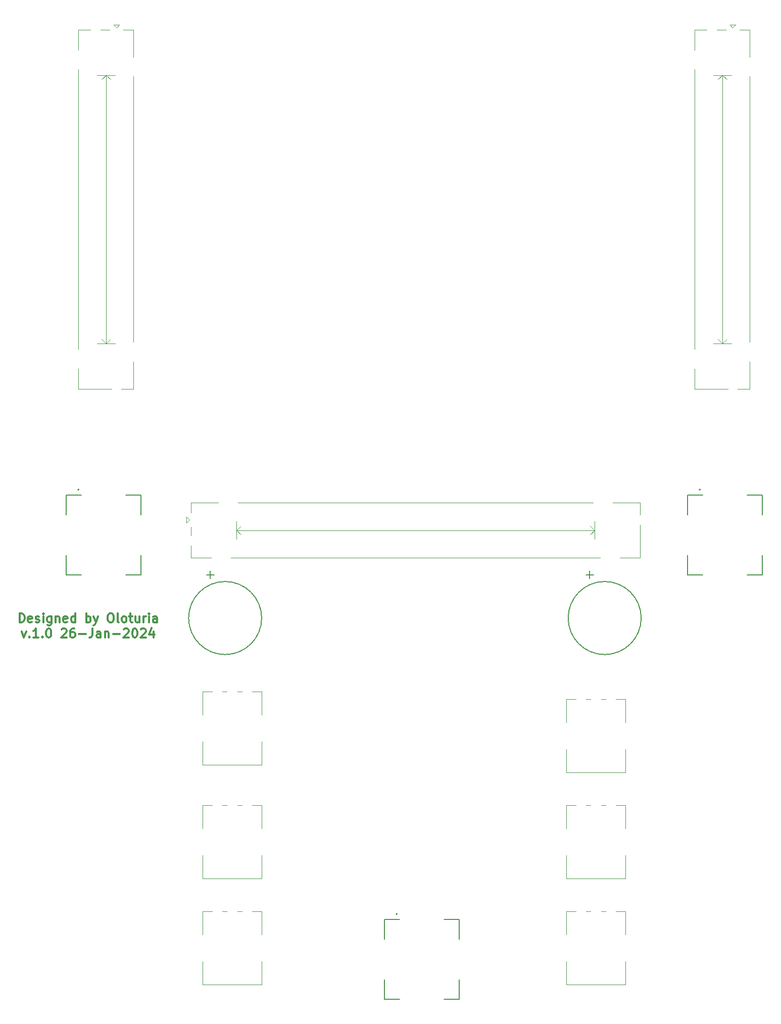
<source format=gbr>
G04 #@! TF.GenerationSoftware,KiCad,Pcbnew,5.1.5+dfsg1-2build2*
G04 #@! TF.CreationDate,2024-01-26T22:00:08+01:00*
G04 #@! TF.ProjectId,console,636f6e73-6f6c-4652-9e6b-696361645f70,rev?*
G04 #@! TF.SameCoordinates,Original*
G04 #@! TF.FileFunction,Legend,Top*
G04 #@! TF.FilePolarity,Positive*
%FSLAX46Y46*%
G04 Gerber Fmt 4.6, Leading zero omitted, Abs format (unit mm)*
G04 Created by KiCad (PCBNEW 5.1.5+dfsg1-2build2) date 2024-01-26 22:00:08*
%MOMM*%
%LPD*%
G04 APERTURE LIST*
%ADD10C,0.300000*%
%ADD11C,0.200000*%
%ADD12C,0.127000*%
%ADD13C,0.152400*%
%ADD14C,0.120000*%
G04 APERTURE END LIST*
D10*
X27834285Y-123863571D02*
X27834285Y-122363571D01*
X28191428Y-122363571D01*
X28405714Y-122435000D01*
X28548571Y-122577857D01*
X28620000Y-122720714D01*
X28691428Y-123006428D01*
X28691428Y-123220714D01*
X28620000Y-123506428D01*
X28548571Y-123649285D01*
X28405714Y-123792142D01*
X28191428Y-123863571D01*
X27834285Y-123863571D01*
X29905714Y-123792142D02*
X29762857Y-123863571D01*
X29477142Y-123863571D01*
X29334285Y-123792142D01*
X29262857Y-123649285D01*
X29262857Y-123077857D01*
X29334285Y-122935000D01*
X29477142Y-122863571D01*
X29762857Y-122863571D01*
X29905714Y-122935000D01*
X29977142Y-123077857D01*
X29977142Y-123220714D01*
X29262857Y-123363571D01*
X30548571Y-123792142D02*
X30691428Y-123863571D01*
X30977142Y-123863571D01*
X31120000Y-123792142D01*
X31191428Y-123649285D01*
X31191428Y-123577857D01*
X31120000Y-123435000D01*
X30977142Y-123363571D01*
X30762857Y-123363571D01*
X30620000Y-123292142D01*
X30548571Y-123149285D01*
X30548571Y-123077857D01*
X30620000Y-122935000D01*
X30762857Y-122863571D01*
X30977142Y-122863571D01*
X31120000Y-122935000D01*
X31834285Y-123863571D02*
X31834285Y-122863571D01*
X31834285Y-122363571D02*
X31762857Y-122435000D01*
X31834285Y-122506428D01*
X31905714Y-122435000D01*
X31834285Y-122363571D01*
X31834285Y-122506428D01*
X33191428Y-122863571D02*
X33191428Y-124077857D01*
X33120000Y-124220714D01*
X33048571Y-124292142D01*
X32905714Y-124363571D01*
X32691428Y-124363571D01*
X32548571Y-124292142D01*
X33191428Y-123792142D02*
X33048571Y-123863571D01*
X32762857Y-123863571D01*
X32620000Y-123792142D01*
X32548571Y-123720714D01*
X32477142Y-123577857D01*
X32477142Y-123149285D01*
X32548571Y-123006428D01*
X32620000Y-122935000D01*
X32762857Y-122863571D01*
X33048571Y-122863571D01*
X33191428Y-122935000D01*
X33905714Y-122863571D02*
X33905714Y-123863571D01*
X33905714Y-123006428D02*
X33977142Y-122935000D01*
X34120000Y-122863571D01*
X34334285Y-122863571D01*
X34477142Y-122935000D01*
X34548571Y-123077857D01*
X34548571Y-123863571D01*
X35834285Y-123792142D02*
X35691428Y-123863571D01*
X35405714Y-123863571D01*
X35262857Y-123792142D01*
X35191428Y-123649285D01*
X35191428Y-123077857D01*
X35262857Y-122935000D01*
X35405714Y-122863571D01*
X35691428Y-122863571D01*
X35834285Y-122935000D01*
X35905714Y-123077857D01*
X35905714Y-123220714D01*
X35191428Y-123363571D01*
X37191428Y-123863571D02*
X37191428Y-122363571D01*
X37191428Y-123792142D02*
X37048571Y-123863571D01*
X36762857Y-123863571D01*
X36620000Y-123792142D01*
X36548571Y-123720714D01*
X36477142Y-123577857D01*
X36477142Y-123149285D01*
X36548571Y-123006428D01*
X36620000Y-122935000D01*
X36762857Y-122863571D01*
X37048571Y-122863571D01*
X37191428Y-122935000D01*
X39048571Y-123863571D02*
X39048571Y-122363571D01*
X39048571Y-122935000D02*
X39191428Y-122863571D01*
X39477142Y-122863571D01*
X39620000Y-122935000D01*
X39691428Y-123006428D01*
X39762857Y-123149285D01*
X39762857Y-123577857D01*
X39691428Y-123720714D01*
X39620000Y-123792142D01*
X39477142Y-123863571D01*
X39191428Y-123863571D01*
X39048571Y-123792142D01*
X40262857Y-122863571D02*
X40620000Y-123863571D01*
X40977142Y-122863571D02*
X40620000Y-123863571D01*
X40477142Y-124220714D01*
X40405714Y-124292142D01*
X40262857Y-124363571D01*
X42977142Y-122363571D02*
X43262857Y-122363571D01*
X43405714Y-122435000D01*
X43548571Y-122577857D01*
X43620000Y-122863571D01*
X43620000Y-123363571D01*
X43548571Y-123649285D01*
X43405714Y-123792142D01*
X43262857Y-123863571D01*
X42977142Y-123863571D01*
X42834285Y-123792142D01*
X42691428Y-123649285D01*
X42620000Y-123363571D01*
X42620000Y-122863571D01*
X42691428Y-122577857D01*
X42834285Y-122435000D01*
X42977142Y-122363571D01*
X44477142Y-123863571D02*
X44334285Y-123792142D01*
X44262857Y-123649285D01*
X44262857Y-122363571D01*
X45262857Y-123863571D02*
X45120000Y-123792142D01*
X45048571Y-123720714D01*
X44977142Y-123577857D01*
X44977142Y-123149285D01*
X45048571Y-123006428D01*
X45120000Y-122935000D01*
X45262857Y-122863571D01*
X45477142Y-122863571D01*
X45620000Y-122935000D01*
X45691428Y-123006428D01*
X45762857Y-123149285D01*
X45762857Y-123577857D01*
X45691428Y-123720714D01*
X45620000Y-123792142D01*
X45477142Y-123863571D01*
X45262857Y-123863571D01*
X46191428Y-122863571D02*
X46762857Y-122863571D01*
X46405714Y-122363571D02*
X46405714Y-123649285D01*
X46477142Y-123792142D01*
X46620000Y-123863571D01*
X46762857Y-123863571D01*
X47905714Y-122863571D02*
X47905714Y-123863571D01*
X47262857Y-122863571D02*
X47262857Y-123649285D01*
X47334285Y-123792142D01*
X47477142Y-123863571D01*
X47691428Y-123863571D01*
X47834285Y-123792142D01*
X47905714Y-123720714D01*
X48620000Y-123863571D02*
X48620000Y-122863571D01*
X48620000Y-123149285D02*
X48691428Y-123006428D01*
X48762857Y-122935000D01*
X48905714Y-122863571D01*
X49048571Y-122863571D01*
X49548571Y-123863571D02*
X49548571Y-122863571D01*
X49548571Y-122363571D02*
X49477142Y-122435000D01*
X49548571Y-122506428D01*
X49620000Y-122435000D01*
X49548571Y-122363571D01*
X49548571Y-122506428D01*
X50905714Y-123863571D02*
X50905714Y-123077857D01*
X50834285Y-122935000D01*
X50691428Y-122863571D01*
X50405714Y-122863571D01*
X50262857Y-122935000D01*
X50905714Y-123792142D02*
X50762857Y-123863571D01*
X50405714Y-123863571D01*
X50262857Y-123792142D01*
X50191428Y-123649285D01*
X50191428Y-123506428D01*
X50262857Y-123363571D01*
X50405714Y-123292142D01*
X50762857Y-123292142D01*
X50905714Y-123220714D01*
X28227142Y-125413571D02*
X28584285Y-126413571D01*
X28941428Y-125413571D01*
X29512857Y-126270714D02*
X29584285Y-126342142D01*
X29512857Y-126413571D01*
X29441428Y-126342142D01*
X29512857Y-126270714D01*
X29512857Y-126413571D01*
X31012857Y-126413571D02*
X30155714Y-126413571D01*
X30584285Y-126413571D02*
X30584285Y-124913571D01*
X30441428Y-125127857D01*
X30298571Y-125270714D01*
X30155714Y-125342142D01*
X31655714Y-126270714D02*
X31727142Y-126342142D01*
X31655714Y-126413571D01*
X31584285Y-126342142D01*
X31655714Y-126270714D01*
X31655714Y-126413571D01*
X32655714Y-124913571D02*
X32798571Y-124913571D01*
X32941428Y-124985000D01*
X33012857Y-125056428D01*
X33084285Y-125199285D01*
X33155714Y-125485000D01*
X33155714Y-125842142D01*
X33084285Y-126127857D01*
X33012857Y-126270714D01*
X32941428Y-126342142D01*
X32798571Y-126413571D01*
X32655714Y-126413571D01*
X32512857Y-126342142D01*
X32441428Y-126270714D01*
X32370000Y-126127857D01*
X32298571Y-125842142D01*
X32298571Y-125485000D01*
X32370000Y-125199285D01*
X32441428Y-125056428D01*
X32512857Y-124985000D01*
X32655714Y-124913571D01*
X34870000Y-125056428D02*
X34941428Y-124985000D01*
X35084285Y-124913571D01*
X35441428Y-124913571D01*
X35584285Y-124985000D01*
X35655714Y-125056428D01*
X35727142Y-125199285D01*
X35727142Y-125342142D01*
X35655714Y-125556428D01*
X34798571Y-126413571D01*
X35727142Y-126413571D01*
X37012857Y-124913571D02*
X36727142Y-124913571D01*
X36584285Y-124985000D01*
X36512857Y-125056428D01*
X36370000Y-125270714D01*
X36298571Y-125556428D01*
X36298571Y-126127857D01*
X36370000Y-126270714D01*
X36441428Y-126342142D01*
X36584285Y-126413571D01*
X36870000Y-126413571D01*
X37012857Y-126342142D01*
X37084285Y-126270714D01*
X37155714Y-126127857D01*
X37155714Y-125770714D01*
X37084285Y-125627857D01*
X37012857Y-125556428D01*
X36870000Y-125485000D01*
X36584285Y-125485000D01*
X36441428Y-125556428D01*
X36370000Y-125627857D01*
X36298571Y-125770714D01*
X37798571Y-125842142D02*
X38941428Y-125842142D01*
X40084285Y-124913571D02*
X40084285Y-125985000D01*
X40012857Y-126199285D01*
X39870000Y-126342142D01*
X39655714Y-126413571D01*
X39512857Y-126413571D01*
X41441428Y-126413571D02*
X41441428Y-125627857D01*
X41370000Y-125485000D01*
X41227142Y-125413571D01*
X40941428Y-125413571D01*
X40798571Y-125485000D01*
X41441428Y-126342142D02*
X41298571Y-126413571D01*
X40941428Y-126413571D01*
X40798571Y-126342142D01*
X40727142Y-126199285D01*
X40727142Y-126056428D01*
X40798571Y-125913571D01*
X40941428Y-125842142D01*
X41298571Y-125842142D01*
X41441428Y-125770714D01*
X42155714Y-125413571D02*
X42155714Y-126413571D01*
X42155714Y-125556428D02*
X42227142Y-125485000D01*
X42369999Y-125413571D01*
X42584285Y-125413571D01*
X42727142Y-125485000D01*
X42798571Y-125627857D01*
X42798571Y-126413571D01*
X43512857Y-125842142D02*
X44655714Y-125842142D01*
X45298571Y-125056428D02*
X45370000Y-124985000D01*
X45512857Y-124913571D01*
X45870000Y-124913571D01*
X46012857Y-124985000D01*
X46084285Y-125056428D01*
X46155714Y-125199285D01*
X46155714Y-125342142D01*
X46084285Y-125556428D01*
X45227142Y-126413571D01*
X46155714Y-126413571D01*
X47084285Y-124913571D02*
X47227142Y-124913571D01*
X47370000Y-124985000D01*
X47441428Y-125056428D01*
X47512857Y-125199285D01*
X47584285Y-125485000D01*
X47584285Y-125842142D01*
X47512857Y-126127857D01*
X47441428Y-126270714D01*
X47370000Y-126342142D01*
X47227142Y-126413571D01*
X47084285Y-126413571D01*
X46941428Y-126342142D01*
X46870000Y-126270714D01*
X46798571Y-126127857D01*
X46727142Y-125842142D01*
X46727142Y-125485000D01*
X46798571Y-125199285D01*
X46870000Y-125056428D01*
X46941428Y-124985000D01*
X47084285Y-124913571D01*
X48155714Y-125056428D02*
X48227142Y-124985000D01*
X48370000Y-124913571D01*
X48727142Y-124913571D01*
X48870000Y-124985000D01*
X48941428Y-125056428D01*
X49012857Y-125199285D01*
X49012857Y-125342142D01*
X48941428Y-125556428D01*
X48084285Y-126413571D01*
X49012857Y-126413571D01*
X50298571Y-125413571D02*
X50298571Y-126413571D01*
X49941428Y-124842142D02*
X49584285Y-125913571D01*
X50512857Y-125913571D01*
D11*
X91150000Y-172740000D02*
G75*
G03X91150000Y-172740000I-100000J0D01*
G01*
D12*
X101500000Y-187040000D02*
X101500000Y-183740000D01*
X98950000Y-187040000D02*
X101500000Y-187040000D01*
X89000000Y-187040000D02*
X91550000Y-187040000D01*
X89000000Y-183740000D02*
X89000000Y-187040000D01*
X101500000Y-173640000D02*
X101500000Y-176940000D01*
X98950000Y-173640000D02*
X101500000Y-173640000D01*
X89000000Y-173640000D02*
X91550000Y-173640000D01*
X89000000Y-176940000D02*
X89000000Y-173640000D01*
D11*
X141950000Y-101620000D02*
G75*
G03X141950000Y-101620000I-100000J0D01*
G01*
D12*
X152300000Y-115920000D02*
X152300000Y-112620000D01*
X149750000Y-115920000D02*
X152300000Y-115920000D01*
X139800000Y-115920000D02*
X142350000Y-115920000D01*
X139800000Y-112620000D02*
X139800000Y-115920000D01*
X152300000Y-102520000D02*
X152300000Y-105820000D01*
X149750000Y-102520000D02*
X152300000Y-102520000D01*
X139800000Y-102520000D02*
X142350000Y-102520000D01*
X139800000Y-105820000D02*
X139800000Y-102520000D01*
D11*
X37810000Y-101620000D02*
G75*
G03X37810000Y-101620000I-100000J0D01*
G01*
D12*
X48160000Y-115920000D02*
X48160000Y-112620000D01*
X45610000Y-115920000D02*
X48160000Y-115920000D01*
X35660000Y-115920000D02*
X38210000Y-115920000D01*
X35660000Y-112620000D02*
X35660000Y-115920000D01*
X48160000Y-102520000D02*
X48160000Y-105820000D01*
X45610000Y-102520000D02*
X48160000Y-102520000D01*
X35660000Y-102520000D02*
X38210000Y-102520000D01*
X35660000Y-105820000D02*
X35660000Y-102520000D01*
D13*
X123410400Y-116520595D02*
X123410400Y-115250595D01*
X122775400Y-115885595D02*
X124045400Y-115885595D01*
X132031800Y-123149995D02*
G75*
G03X132031800Y-123149995I-6121400J0D01*
G01*
X59799600Y-116520595D02*
X59799600Y-115250595D01*
X59164600Y-115885595D02*
X60434600Y-115885595D01*
X68421000Y-123149995D02*
G75*
G03X68421000Y-123149995I-6121400J0D01*
G01*
D14*
X56590000Y-103810000D02*
X61175000Y-103810000D01*
X64446000Y-103810000D02*
X123975000Y-103810000D01*
X127246000Y-103810000D02*
X131830000Y-103810000D01*
X56590000Y-113050000D02*
X59975000Y-113050000D01*
X63246000Y-113050000D02*
X125175000Y-113050000D01*
X128446000Y-113050000D02*
X131830000Y-113050000D01*
X56590000Y-103810000D02*
X56590000Y-105505000D01*
X56590000Y-107855000D02*
X56590000Y-109358000D01*
X56590000Y-111003000D02*
X56590000Y-113050000D01*
X131830000Y-103810000D02*
X131830000Y-105857000D01*
X131830000Y-107503000D02*
X131830000Y-113050000D01*
X56285000Y-106680000D02*
X55785000Y-106180000D01*
X55785000Y-106180000D02*
X55785000Y-107180000D01*
X55785000Y-107180000D02*
X56285000Y-106680000D01*
X64210000Y-108430000D02*
X124210000Y-108430000D01*
X64210000Y-106930000D02*
X64210000Y-109930000D01*
X64960000Y-107680000D02*
X64210000Y-108430000D01*
X64210000Y-108430000D02*
X64960000Y-109180000D01*
X124210000Y-106930000D02*
X124210000Y-109930000D01*
X123460000Y-107680000D02*
X124210000Y-108430000D01*
X124210000Y-108430000D02*
X123460000Y-109180000D01*
X129390000Y-136770000D02*
X129390000Y-140635000D01*
X129390000Y-145145000D02*
X129390000Y-149010000D01*
X119450000Y-136770000D02*
X119450000Y-140635000D01*
X119450000Y-145145000D02*
X119450000Y-149010000D01*
X129390000Y-136770000D02*
X127791000Y-136770000D01*
X126049000Y-136770000D02*
X125290000Y-136770000D01*
X123549000Y-136770000D02*
X122790000Y-136770000D01*
X121050000Y-136770000D02*
X119450000Y-136770000D01*
X129390000Y-149010000D02*
X119450000Y-149010000D01*
X150245000Y-24530000D02*
X150245000Y-29115000D01*
X150245000Y-32386000D02*
X150245000Y-76915000D01*
X150245000Y-80186000D02*
X150245000Y-84770000D01*
X141005000Y-24530000D02*
X141005000Y-27915000D01*
X141005000Y-31186000D02*
X141005000Y-78115000D01*
X141005000Y-81386000D02*
X141005000Y-84770000D01*
X150245000Y-24530000D02*
X148550000Y-24530000D01*
X146200000Y-24530000D02*
X144697000Y-24530000D01*
X143052000Y-24530000D02*
X141005000Y-24530000D01*
X150245000Y-84770000D02*
X148198000Y-84770000D01*
X146552000Y-84770000D02*
X141005000Y-84770000D01*
X147375000Y-24225000D02*
X147875000Y-23725000D01*
X147875000Y-23725000D02*
X146875000Y-23725000D01*
X146875000Y-23725000D02*
X147375000Y-24225000D01*
X145625000Y-32150000D02*
X145625000Y-77150000D01*
X147125000Y-32150000D02*
X144125000Y-32150000D01*
X146375000Y-32900000D02*
X145625000Y-32150000D01*
X145625000Y-32150000D02*
X144875000Y-32900000D01*
X147125000Y-77150000D02*
X144125000Y-77150000D01*
X146375000Y-76400000D02*
X145625000Y-77150000D01*
X145625000Y-77150000D02*
X144875000Y-76400000D01*
X129390000Y-172330000D02*
X129390000Y-176195000D01*
X129390000Y-180705000D02*
X129390000Y-184570000D01*
X119450000Y-172330000D02*
X119450000Y-176195000D01*
X119450000Y-180705000D02*
X119450000Y-184570000D01*
X129390000Y-172330000D02*
X127791000Y-172330000D01*
X126049000Y-172330000D02*
X125290000Y-172330000D01*
X123549000Y-172330000D02*
X122790000Y-172330000D01*
X121050000Y-172330000D02*
X119450000Y-172330000D01*
X129390000Y-184570000D02*
X119450000Y-184570000D01*
X68430000Y-135500000D02*
X68430000Y-139365000D01*
X68430000Y-143875000D02*
X68430000Y-147740000D01*
X58490000Y-135500000D02*
X58490000Y-139365000D01*
X58490000Y-143875000D02*
X58490000Y-147740000D01*
X68430000Y-135500000D02*
X66831000Y-135500000D01*
X65089000Y-135500000D02*
X64330000Y-135500000D01*
X62589000Y-135500000D02*
X61830000Y-135500000D01*
X60090000Y-135500000D02*
X58490000Y-135500000D01*
X68430000Y-147740000D02*
X58490000Y-147740000D01*
X68430000Y-154550000D02*
X68430000Y-158415000D01*
X68430000Y-162925000D02*
X68430000Y-166790000D01*
X58490000Y-154550000D02*
X58490000Y-158415000D01*
X58490000Y-162925000D02*
X58490000Y-166790000D01*
X68430000Y-154550000D02*
X66831000Y-154550000D01*
X65089000Y-154550000D02*
X64330000Y-154550000D01*
X62589000Y-154550000D02*
X61830000Y-154550000D01*
X60090000Y-154550000D02*
X58490000Y-154550000D01*
X68430000Y-166790000D02*
X58490000Y-166790000D01*
X129390000Y-154550000D02*
X129390000Y-158415000D01*
X129390000Y-162925000D02*
X129390000Y-166790000D01*
X119450000Y-154550000D02*
X119450000Y-158415000D01*
X119450000Y-162925000D02*
X119450000Y-166790000D01*
X129390000Y-154550000D02*
X127791000Y-154550000D01*
X126049000Y-154550000D02*
X125290000Y-154550000D01*
X123549000Y-154550000D02*
X122790000Y-154550000D01*
X121050000Y-154550000D02*
X119450000Y-154550000D01*
X129390000Y-166790000D02*
X119450000Y-166790000D01*
X46955000Y-24530000D02*
X46955000Y-29115000D01*
X46955000Y-32386000D02*
X46955000Y-76915000D01*
X46955000Y-80186000D02*
X46955000Y-84770000D01*
X37715000Y-24530000D02*
X37715000Y-27915000D01*
X37715000Y-31186000D02*
X37715000Y-78115000D01*
X37715000Y-81386000D02*
X37715000Y-84770000D01*
X46955000Y-24530000D02*
X45260000Y-24530000D01*
X42910000Y-24530000D02*
X41407000Y-24530000D01*
X39762000Y-24530000D02*
X37715000Y-24530000D01*
X46955000Y-84770000D02*
X44908000Y-84770000D01*
X43262000Y-84770000D02*
X37715000Y-84770000D01*
X44085000Y-24225000D02*
X44585000Y-23725000D01*
X44585000Y-23725000D02*
X43585000Y-23725000D01*
X43585000Y-23725000D02*
X44085000Y-24225000D01*
X42335000Y-32150000D02*
X42335000Y-77150000D01*
X43835000Y-32150000D02*
X40835000Y-32150000D01*
X43085000Y-32900000D02*
X42335000Y-32150000D01*
X42335000Y-32150000D02*
X41585000Y-32900000D01*
X43835000Y-77150000D02*
X40835000Y-77150000D01*
X43085000Y-76400000D02*
X42335000Y-77150000D01*
X42335000Y-77150000D02*
X41585000Y-76400000D01*
X68430000Y-172330000D02*
X68430000Y-176195000D01*
X68430000Y-180705000D02*
X68430000Y-184570000D01*
X58490000Y-172330000D02*
X58490000Y-176195000D01*
X58490000Y-180705000D02*
X58490000Y-184570000D01*
X68430000Y-172330000D02*
X66831000Y-172330000D01*
X65089000Y-172330000D02*
X64330000Y-172330000D01*
X62589000Y-172330000D02*
X61830000Y-172330000D01*
X60090000Y-172330000D02*
X58490000Y-172330000D01*
X68430000Y-184570000D02*
X58490000Y-184570000D01*
M02*

</source>
